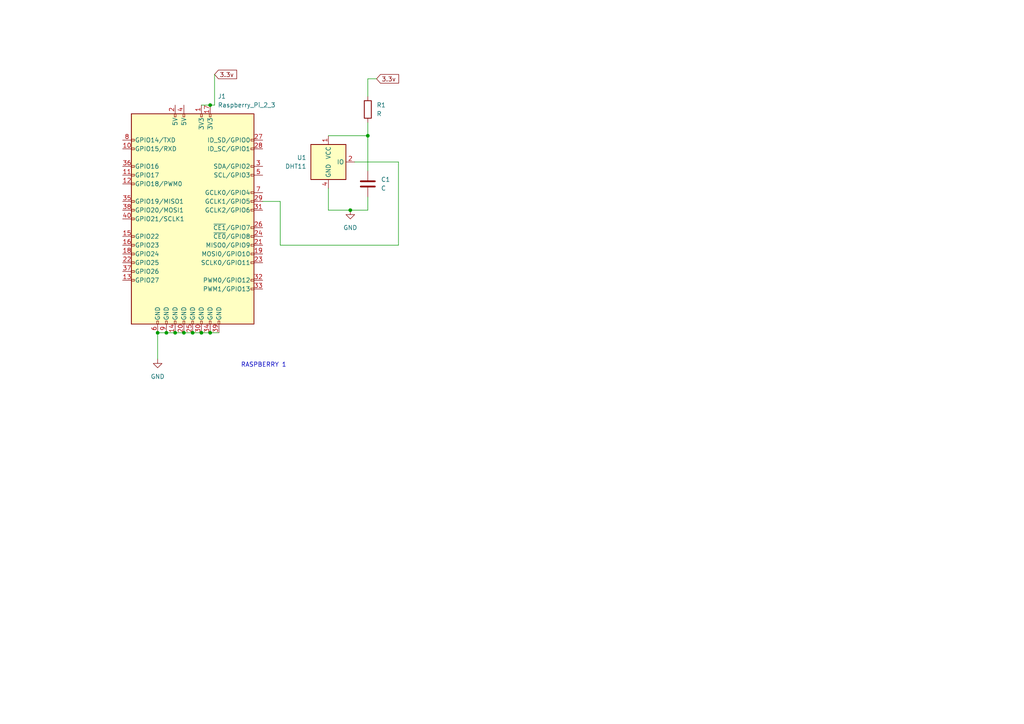
<source format=kicad_sch>
(kicad_sch (version 20230121) (generator eeschema)
  (paper "A4")
  (lib_symbols
    (symbol "Connector:Raspberry_Pi_2_3" (pin_names (offset 1.016))
      (property "Reference" "J" (at -17.78 31.75 0))
      (property "Value" "Raspberry_Pi_2_3" (at 10.16 -31.75 0))
      (symbol "Raspberry_Pi_2_3_0_1"
        (rectangle (start -17.78 30.48) (end 17.78 -30.48) (stroke (width 0.254)) (fill (type background)))
      )
      (symbol "Raspberry_Pi_2_3_1_1"
        (rectangle (start -16.891 -17.526) (end -17.78 -18.034))
        (rectangle (start -16.891 -14.986) (end -17.78 -15.494))
        (rectangle (start -16.891 -12.446) (end -17.78 -12.954))
        (rectangle (start -16.891 -9.906) (end -17.78 -10.414))
        (rectangle (start -16.891 -7.366) (end -17.78 -7.874))
        (rectangle (start -16.891 -4.826) (end -17.78 -5.334))
        (rectangle (start -16.891 0.254) (end -17.78 -0.254))
        (rectangle (start -16.891 2.794) (end -17.78 2.286))
        (rectangle (start -16.891 5.334) (end -17.78 4.826))
        (rectangle (start -16.891 10.414) (end -17.78 9.906))
        (rectangle (start -16.891 12.954) (end -17.78 12.446))
        (rectangle (start -16.891 15.494) (end -17.78 14.986))
        (rectangle (start -16.891 20.574) (end -17.78 20.066))
        (rectangle (start -16.891 23.114) (end -17.78 22.606))
        (rectangle (start -10.414 -29.591) (end -9.906 -30.48))
        (rectangle (start -7.874 -29.591) (end -7.366 -30.48))
        (rectangle (start -5.334 -29.591) (end -4.826 -30.48))
        (rectangle (start -5.334 30.48) (end -4.826 29.591))
        (rectangle (start -2.794 -29.591) (end -2.286 -30.48))
        (rectangle (start -2.794 30.48) (end -2.286 29.591))
        (rectangle (start -0.254 -29.591) (end 0.254 -30.48))
        (rectangle (start 2.286 -29.591) (end 2.794 -30.48))
        (rectangle (start 2.286 30.48) (end 2.794 29.591))
        (rectangle (start 4.826 -29.591) (end 5.334 -30.48))
        (rectangle (start 4.826 30.48) (end 5.334 29.591))
        (rectangle (start 7.366 -29.591) (end 7.874 -30.48))
        (rectangle (start 17.78 -20.066) (end 16.891 -20.574))
        (rectangle (start 17.78 -17.526) (end 16.891 -18.034))
        (rectangle (start 17.78 -12.446) (end 16.891 -12.954))
        (rectangle (start 17.78 -9.906) (end 16.891 -10.414))
        (rectangle (start 17.78 -7.366) (end 16.891 -7.874))
        (rectangle (start 17.78 -4.826) (end 16.891 -5.334))
        (rectangle (start 17.78 -2.286) (end 16.891 -2.794))
        (rectangle (start 17.78 2.794) (end 16.891 2.286))
        (rectangle (start 17.78 5.334) (end 16.891 4.826))
        (rectangle (start 17.78 7.874) (end 16.891 7.366))
        (rectangle (start 17.78 12.954) (end 16.891 12.446))
        (rectangle (start 17.78 15.494) (end 16.891 14.986))
        (rectangle (start 17.78 20.574) (end 16.891 20.066))
        (rectangle (start 17.78 23.114) (end 16.891 22.606))
        (pin power_in line (at 2.54 33.02 270) (length 2.54) (name "3V3") (number "1"))
        (pin bidirectional line (at -20.32 20.32 0) (length 2.54) (name "GPIO15/RXD") (number "10"))
        (pin bidirectional line (at -20.32 12.7 0) (length 2.54) (name "GPIO17") (number "11"))
        (pin bidirectional line (at -20.32 10.16 0) (length 2.54) (name "GPIO18/PWM0") (number "12"))
        (pin bidirectional line (at -20.32 -17.78 0) (length 2.54) (name "GPIO27") (number "13"))
        (pin power_in line (at -5.08 -33.02 90) (length 2.54) (name "GND") (number "14"))
        (pin bidirectional line (at -20.32 -5.08 0) (length 2.54) (name "GPIO22") (number "15"))
        (pin bidirectional line (at -20.32 -7.62 0) (length 2.54) (name "GPIO23") (number "16"))
        (pin power_in line (at 5.08 33.02 270) (length 2.54) (name "3V3") (number "17"))
        (pin bidirectional line (at -20.32 -10.16 0) (length 2.54) (name "GPIO24") (number "18"))
        (pin bidirectional line (at 20.32 -10.16 180) (length 2.54) (name "MOSI0/GPIO10") (number "19"))
        (pin power_in line (at -5.08 33.02 270) (length 2.54) (name "5V") (number "2"))
        (pin power_in line (at -2.54 -33.02 90) (length 2.54) (name "GND") (number "20"))
        (pin bidirectional line (at 20.32 -7.62 180) (length 2.54) (name "MISO0/GPIO9") (number "21"))
        (pin bidirectional line (at -20.32 -12.7 0) (length 2.54) (name "GPIO25") (number "22"))
        (pin bidirectional line (at 20.32 -12.7 180) (length 2.54) (name "SCLK0/GPIO11") (number "23"))
        (pin bidirectional line (at 20.32 -5.08 180) (length 2.54) (name "~{CE0}/GPIO8") (number "24"))
        (pin power_in line (at 0 -33.02 90) (length 2.54) (name "GND") (number "25"))
        (pin bidirectional line (at 20.32 -2.54 180) (length 2.54) (name "~{CE1}/GPIO7") (number "26"))
        (pin bidirectional line (at 20.32 22.86 180) (length 2.54) (name "ID_SD/GPIO0") (number "27"))
        (pin bidirectional line (at 20.32 20.32 180) (length 2.54) (name "ID_SC/GPIO1") (number "28"))
        (pin bidirectional line (at 20.32 5.08 180) (length 2.54) (name "GCLK1/GPIO5") (number "29"))
        (pin bidirectional line (at 20.32 15.24 180) (length 2.54) (name "SDA/GPIO2") (number "3"))
        (pin power_in line (at 2.54 -33.02 90) (length 2.54) (name "GND") (number "30"))
        (pin bidirectional line (at 20.32 2.54 180) (length 2.54) (name "GCLK2/GPIO6") (number "31"))
        (pin bidirectional line (at 20.32 -17.78 180) (length 2.54) (name "PWM0/GPIO12") (number "32"))
        (pin bidirectional line (at 20.32 -20.32 180) (length 2.54) (name "PWM1/GPIO13") (number "33"))
        (pin power_in line (at 5.08 -33.02 90) (length 2.54) (name "GND") (number "34"))
        (pin bidirectional line (at -20.32 5.08 0) (length 2.54) (name "GPIO19/MISO1") (number "35"))
        (pin bidirectional line (at -20.32 15.24 0) (length 2.54) (name "GPIO16") (number "36"))
        (pin bidirectional line (at -20.32 -15.24 0) (length 2.54) (name "GPIO26") (number "37"))
        (pin bidirectional line (at -20.32 2.54 0) (length 2.54) (name "GPIO20/MOSI1") (number "38"))
        (pin power_in line (at 7.62 -33.02 90) (length 2.54) (name "GND") (number "39"))
        (pin power_in line (at -2.54 33.02 270) (length 2.54) (name "5V") (number "4"))
        (pin bidirectional line (at -20.32 0 0) (length 2.54) (name "GPIO21/SCLK1") (number "40"))
        (pin bidirectional line (at 20.32 12.7 180) (length 2.54) (name "SCL/GPIO3") (number "5"))
        (pin power_in line (at -10.16 -33.02 90) (length 2.54) (name "GND") (number "6"))
        (pin bidirectional line (at 20.32 7.62 180) (length 2.54) (name "GCLK0/GPIO4") (number "7"))
        (pin bidirectional line (at -20.32 22.86 0) (length 2.54) (name "GPIO14/TXD") (number "8"))
        (pin power_in line (at -7.62 -33.02 90) (length 2.54) (name "GND") (number "9"))
      )
    )
    (symbol "Device:C" (pin_numbers hide) (pin_names (offset 0.254))
      (property "Reference" "C" (at 0.635 2.54 0))
      (property "Value" "C" (at 0.635 -2.54 0))
      (symbol "C_0_1"
        (polyline (pts (xy -2.032 -0.762) (xy 2.032 -0.762)) (stroke (width 0.508)))
        (polyline (pts (xy -2.032 0.762) (xy 2.032 0.762)) (stroke (width 0.508)))
      )
      (symbol "C_1_1"
        (pin passive line (at 0 3.81 270) (length 2.794) (name "~") (number "1"))
        (pin passive line (at 0 -3.81 90) (length 2.794) (name "~") (number "2"))
      )
    )
    (symbol "Device:R" (pin_numbers hide) (pin_names (offset 0))
      (property "Reference" "R" (at 2.032 0 90))
      (property "Value" "R" (at 0 0 90))
      (symbol "R_0_1"
        (rectangle (start -1.016 -2.54) (end 1.016 2.54) (stroke (width 0.254)))
      )
      (symbol "R_1_1"
        (pin passive line (at 0 3.81 270) (length 1.27) (name "~") (number "1"))
        (pin passive line (at 0 -3.81 90) (length 1.27) (name "~") (number "2"))
      )
    )
    (symbol "Sensor:DHT11"
      (property "Reference" "U" (at -3.81 6.35 0))
      (property "Value" "DHT11" (at 3.81 6.35 0))
      (symbol "DHT11_0_1"
        (rectangle (start -5.08 5.08) (end 5.08 -5.08) (stroke (width 0.254)) (fill (type background)))
      )
      (symbol "DHT11_1_1"
        (pin power_in line (at 0 7.62 270) (length 2.54) (name "VCC") (number "1"))
        (pin bidirectional line (at 7.62 0 180) (length 2.54) (name "IO") (number "2"))
        (pin no_connect line (at -5.08 0 0) (length 2.54) hide (name "NC") (number "3"))
        (pin power_in line (at 0 -7.62 90) (length 2.54) (name "GND") (number "4"))
      )
    )
    (symbol "power:GND" (power) (pin_names (offset 0))
      (property "Value" "GND" (at 0 -3.81 0))
      (symbol "GND_0_1"
        (polyline (pts (xy 0 0) (xy 0 -1.27) (xy 1.27 -1.27) (xy 0 -2.54) (xy -1.27 -1.27) (xy 0 -1.27)))
      )
      (symbol "GND_1_1"
        (pin power_in line (at 0 0 270) (length 0) hide (name "GND") (number "1"))
      )
    )
  )
  (junction (at 45.72 96.52))
  (junction (at 48.26 96.52))
  (junction (at 60.96 30.48))
  (junction (at 58.42 96.52))
  (junction (at 60.96 96.52))
  (junction (at 50.8 96.52))
  (junction (at 55.88 96.52))
  (junction (at 106.68 39.37))
  (junction (at 101.6 60.96))
  (junction (at 53.34 96.52))
  (wire (pts (xy 50.8 96.52) (xy 53.34 96.52)))
  (wire (pts (xy 60.96 96.52) (xy 63.5 96.52)))
  (wire (pts (xy 58.42 96.52) (xy 60.96 96.52)))
  (wire (pts (xy 102.87 46.99) (xy 115.57 46.99)))
  (wire (pts (xy 95.25 60.96) (xy 101.6 60.96)))
  (wire (pts (xy 106.68 35.56) (xy 106.68 39.37)))
  (wire (pts (xy 81.28 58.42) (xy 76.2 58.42)))
  (wire (pts (xy 58.42 30.48) (xy 60.96 30.48)))
  (wire (pts (xy 81.28 71.12) (xy 115.57 71.12)))
  (wire (pts (xy 95.25 39.37) (xy 106.68 39.37)))
  (wire (pts (xy 45.72 96.52) (xy 48.26 96.52)))
  (wire (pts (xy 55.88 96.52) (xy 58.42 96.52)))
  (wire (pts (xy 106.68 39.37) (xy 106.68 49.53)))
  (wire (pts (xy 48.26 96.52) (xy 50.8 96.52)))
  (wire (pts (xy 81.28 58.42) (xy 81.28 71.12)))
  (wire (pts (xy 106.68 57.15) (xy 106.68 60.96)))
  (wire (pts (xy 45.72 96.52) (xy 45.72 104.14)))
  (wire (pts (xy 106.68 22.86) (xy 106.68 27.94)))
  (wire (pts (xy 62.23 21.59) (xy 62.23 30.48)))
  (wire (pts (xy 115.57 71.12) (xy 115.57 46.99)))
  (wire (pts (xy 53.34 96.52) (xy 55.88 96.52)))
  (wire (pts (xy 109.22 22.86) (xy 106.68 22.86)))
  (wire (pts (xy 60.96 30.48) (xy 62.23 30.48)))
  (wire (pts (xy 95.25 54.61) (xy 95.25 60.96)))
  (wire (pts (xy 106.68 60.96) (xy 101.6 60.96)))
  (text "RASPBERRY 1" (at 69.85 106.68 0) (effects (font (size 1.27 1.27)) (justify left bottom)))
  (global_label "3.3v" (shape input) (at 62.23 21.59 0) (property "Intersheetrefs" "${INTERSHEET_REFS}" (effects hide)))
  (global_label "3.3v" (shape input) (at 109.22 22.86 0) (property "Intersheetrefs" "${INTERSHEET_REFS}" (effects hide)))
  (symbol (lib_id "Sensor:DHT11") (at 95.25 46.99 0) (unit 1)
    (property "Reference" "U1" (at 88.9 45.72 0) (effects (justify right)))
    (property "Value" "DHT11" (at 88.9 48.26 0) (effects (justify right)))
    (property "Footprint" "Sensor:Aosong_DHT11_5.5x12.0_P2.54mm" (effects hide))
    (property "Datasheet" "http://akizukidenshi.com/download/ds/aosong/DHT11.pdf" (effects hide))
  )
  (symbol (lib_id "Device:R") (at 106.68 31.75 0) (unit 1)
    (property "Reference" "R1" (at 109.22 30.48 0) (effects (justify left)))
    (property "Value" "R" (at 109.22 33.02 0) (effects (justify left)))
  )
  (symbol (lib_id "Connector:Raspberry_Pi_2_3") (at 55.88 63.5 0) (unit 1)
    (property "Reference" "J1" (at 63.1541 27.94 0) (effects (justify left)))
    (property "Value" "Raspberry_Pi_2_3" (at 63.1541 30.48 0) (effects (justify left)))
    (property "Datasheet" "https://www.raspberrypi.org/documentation/hardware/raspberrypi/schematics/rpi_SCH_3bplus_1p0_reduced.pdf" (effects hide))
  )
  (symbol (lib_id "power:GND") (at 45.72 104.14 0) (unit 1)
    (property "Reference" "#PWR01" (effects hide))
    (property "Value" "GND" (at 45.72 109.22 0))
  )
  (symbol (lib_id "Device:C") (at 106.68 53.34 0) (unit 1)
    (property "Reference" "C1" (at 110.49 52.07 0) (effects (justify left)))
    (property "Value" "C" (at 110.49 54.61 0) (effects (justify left)))
  )
  (symbol (lib_id "power:GND") (at 101.6 60.96 0) (unit 1)
    (property "Reference" "#PWR02" (effects hide))
    (property "Value" "GND" (at 101.6 66.04 0))
  )
)
</source>
